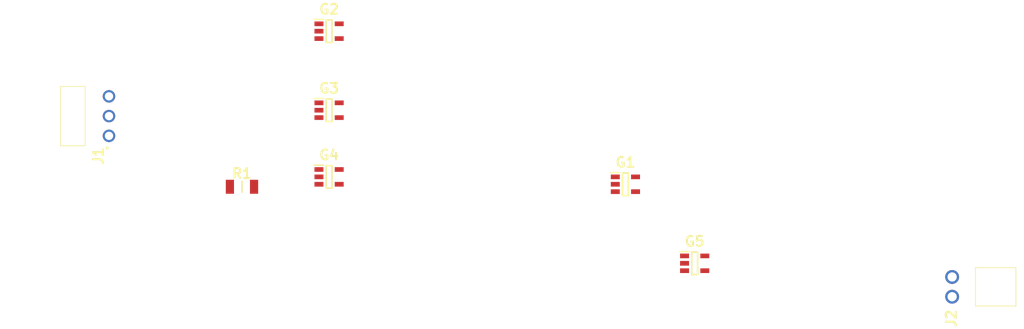
<source format=kicad_pcb>
(kicad_pcb (version 20221018) (generator pcbnew)
  (layers (0 "F.Cu" signal) (31 "B.Cu" signal) (34 "B.Paste" user) (35 "F.Paste" user) (36 "B.SilkS" user "B.Silkscreen") (37 "F.SilkS" user "F.Silkscreen") (38 "B.Mask" user) (39 "F.Mask" user) (44 "Edge.Cuts" user))
  (net 0 "")
  (net 1 "Net-(G1-A)")
  (net 2 "Net-(G1-B)")
  (net 3 "GND")
  (net 4 "Net-(G1-Y)")
  (net 5 "+12V")
  (net 6 "1_Logique")
  (net 7 "VSS")
  (net 8 "Net-(G4-A)")
  (net 9 "Net-(G4-Y)")
  (net 10 "Sortie")
  (footprint "EPSA_lib:RESC3216X70N" (layer "F.Cu") (at 48.54 48.26)
    (fp_text reference "R1" (at -0.011901 -1.701971) (layer "F.SilkS") (effects (font (size 1.27 1.27) (thickness 0.254))))
    (fp_text value "10" hide)
    (fp_line (start 0 -0.7) (end 0 0.7) (stroke (width 0.2)) (layer "F.SilkS"))
    (pad "1" smd rect (at -1.55 0) (size 1.05 1.8) (layers "F.Cu" "F.Paste" "F.Mask") (net 7 "VSS"))
    (pad "2" smd rect (at 1.55 0) (size 1.05 1.8) (layers "F.Cu" "F.Paste" "F.Mask") (net 8 "Net-(G4-A)"))
  )
  (footprint "EPSA_lib:SOT95P280X145-5N" (layer "F.Cu") (at 97.76 47.94)
    (fp_text reference "G1" (at 0 -2.821039) (layer "F.SilkS") (effects (font (size 1.27 1.27) (thickness 0.254))))
    (fp_text value "Gate OR SN74AHCT1G32DBVR" hide)
    (fp_line (start -1.875 -1.5) (end -0.725 -1.5) (stroke (width 0.2)) (layer "F.SilkS"))
    (fp_line (start -0.375 -1.45) (end 0.375 -1.45) (stroke (width 0.2)) (layer "F.SilkS"))
    (fp_line (start -0.375 1.45) (end -0.375 -1.45) (stroke (width 0.2)) (layer "F.SilkS"))
    (fp_line (start 0.375 -1.45) (end 0.375 1.45) (stroke (width 0.2)) (layer "F.SilkS"))
    (fp_line (start 0.375 1.45) (end -0.375 1.45) (stroke (width 0.2)) (layer "F.SilkS"))
    (pad "1" smd rect (at -1.3 -0.95 90) (size 0.6 1.15) (layers "F.Cu" "F.Paste" "F.Mask") (net 1 "Net-(G1-A)"))
    (pad "2" smd rect (at -1.3 0 90) (size 0.6 1.15) (layers "F.Cu" "F.Paste" "F.Mask") (net 2 "Net-(G1-B)"))
    (pad "3" smd rect (at -1.3 0.95 90) (size 0.6 1.15) (layers "F.Cu" "F.Paste" "F.Mask") (net 3 "GND"))
    (pad "4" smd rect (at 1.3 0.95 90) (size 0.6 1.15) (layers "F.Cu" "F.Paste" "F.Mask") (net 4 "Net-(G1-Y)"))
    (pad "5" smd rect (at 1.3 -0.95 90) (size 0.6 1.15) (layers "F.Cu" "F.Paste" "F.Mask") (net 5 "+12V"))
  )
  (footprint "EPSA_lib:SOT95P280X145-5N" (layer "F.Cu") (at 59.72 28.26)
    (fp_text reference "G2" (at 0 -2.821039) (layer "F.SilkS") (effects (font (size 1.27 1.27) (thickness 0.254))))
    (fp_text value "Gate AND SN74AHCT1G08DBVR" hide)
    (fp_line (start -1.875 -1.5) (end -0.725 -1.5) (stroke (width 0.2)) (layer "F.SilkS"))
    (fp_line (start -0.375 -1.45) (end 0.375 -1.45) (stroke (width 0.2)) (layer "F.SilkS"))
    (fp_line (start -0.375 1.45) (end -0.375 -1.45) (stroke (width 0.2)) (layer "F.SilkS"))
    (fp_line (start 0.375 -1.45) (end 0.375 1.45) (stroke (width 0.2)) (layer "F.SilkS"))
    (fp_line (start 0.375 1.45) (end -0.375 1.45) (stroke (width 0.2)) (layer "F.SilkS"))
    (pad "1" smd rect (at -1.3 -0.95 90) (size 0.6 1.15) (layers "F.Cu" "F.Paste" "F.Mask") (net 6 "1_Logique"))
    (pad "2" smd rect (at -1.3 0 90) (size 0.6 1.15) (layers "F.Cu" "F.Paste" "F.Mask") (net 7 "VSS"))
    (pad "3" smd rect (at -1.3 0.95 90) (size 0.6 1.15) (layers "F.Cu" "F.Paste" "F.Mask") (net 3 "GND"))
    (pad "4" smd rect (at 1.3 0.95 90) (size 0.6 1.15) (layers "F.Cu" "F.Paste" "F.Mask") (net 1 "Net-(G1-A)"))
    (pad "5" smd rect (at 1.3 -0.95 90) (size 0.6 1.15) (layers "F.Cu" "F.Paste" "F.Mask") (net 5 "+12V"))
  )
  (footprint "EPSA_lib:1718574002" (layer "F.Cu") (at 139.7 62.3965 90)
    (fp_text reference "J2" (at -2.788846 -0.11469 90) (layer "F.SilkS") (effects (font (size 1.27 1.27) (thickness 0.254))))
    (fp_text value "2P Angle 171857-4002" hide)
    (fp_line (start -1.195 3) (end 3.735 3) (stroke (width 0.1)) (layer "F.SilkS"))
    (fp_line (start -1.195 8.18) (end -1.195 3) (stroke (width 0.1)) (layer "F.SilkS"))
    (fp_line (start 3.735 3) (end 3.735 8.18) (stroke (width 0.1)) (layer "F.SilkS"))
    (fp_line (start 3.735 8.18) (end -1.195 8.18) (stroke (width 0.1)) (layer "F.SilkS"))
    (pad "1" thru_hole circle (at 0 0 90) (size 1.785 1.785) (drill 1.19) (layers "*.Cu" "*.Mask") (net 10 "Sortie"))
    (pad "2" thru_hole circle (at 2.54 0 90) (size 1.785 1.785) (drill 1.19) (layers "*.Cu" "*.Mask") (net 3 "GND"))
  )
  (footprint "EPSA_lib:SOT95P280X145-5N" (layer "F.Cu") (at 59.72 46.99)
    (fp_text reference "G4" (at 0 -2.821039) (layer "F.SilkS") (effects (font (size 1.27 1.27) (thickness 0.254))))
    (fp_text value "Gate AND SN74AHCT1G08DBVR" hide)
    (fp_line (start -1.875 -1.5) (end -0.725 -1.5) (stroke (width 0.2)) (layer "F.SilkS"))
    (fp_line (start -0.375 -1.45) (end 0.375 -1.45) (stroke (width 0.2)) (layer "F.SilkS"))
    (fp_line (start -0.375 1.45) (end -0.375 -1.45) (stroke (width 0.2)) (layer "F.SilkS"))
    (fp_line (start 0.375 -1.45) (end 0.375 1.45) (stroke (width 0.2)) (layer "F.SilkS"))
    (fp_line (start 0.375 1.45) (end -0.375 1.45) (stroke (width 0.2)) (layer "F.SilkS"))
    (pad "1" smd rect (at -1.3 -0.95 90) (size 0.6 1.15) (layers "F.Cu" "F.Paste" "F.Mask") (net 8 "Net-(G4-A)"))
    (pad "2" smd rect (at -1.3 0 90) (size 0.6 1.15) (layers "F.Cu" "F.Paste" "F.Mask") (net 3 "GND"))
    (pad "3" smd rect (at -1.3 0.95 90) (size 0.6 1.15) (layers "F.Cu" "F.Paste" "F.Mask") (net 3 "GND"))
    (pad "4" smd rect (at 1.3 0.95 90) (size 0.6 1.15) (layers "F.Cu" "F.Paste" "F.Mask") (net 9 "Net-(G4-Y)"))
    (pad "5" smd rect (at 1.3 -0.95 90) (size 0.6 1.15) (layers "F.Cu" "F.Paste" "F.Mask") (net 5 "+12V"))
  )
  (footprint "EPSA_lib:SOT95P280X145-5N" (layer "F.Cu") (at 59.72 38.42)
    (fp_text reference "G3" (at 0 -2.821039) (layer "F.SilkS") (effects (font (size 1.27 1.27) (thickness 0.254))))
    (fp_text value "Gate AND SN74AHCT1G08DBVR" hide)
    (fp_line (start -1.875 -1.5) (end -0.725 -1.5) (stroke (width 0.2)) (layer "F.SilkS"))
    (fp_line (start -0.375 -1.45) (end 0.375 -1.45) (stroke (width 0.2)) (layer "F.SilkS"))
    (fp_line (start -0.375 1.45) (end -0.375 -1.45) (stroke (width 0.2)) (layer "F.SilkS"))
    (fp_line (start 0.375 -1.45) (end 0.375 1.45) (stroke (width 0.2)) (layer "F.SilkS"))
    (fp_line (start 0.375 1.45) (end -0.375 1.45) (stroke (width 0.2)) (layer "F.SilkS"))
    (pad "1" smd rect (at -1.3 -0.95 90) (size 0.6 1.15) (layers "F.Cu" "F.Paste" "F.Mask") (net 3 "GND"))
    (pad "2" smd rect (at -1.3 0 90) (size 0.6 1.15) (layers "F.Cu" "F.Paste" "F.Mask") (net 7 "VSS"))
    (pad "3" smd rect (at -1.3 0.95 90) (size 0.6 1.15) (layers "F.Cu" "F.Paste" "F.Mask") (net 3 "GND"))
    (pad "4" smd rect (at 1.3 0.95 90) (size 0.6 1.15) (layers "F.Cu" "F.Paste" "F.Mask") (net 2 "Net-(G1-B)"))
    (pad "5" smd rect (at 1.3 -0.95 90) (size 0.6 1.15) (layers "F.Cu" "F.Paste" "F.Mask") (net 5 "+12V"))
  )
  (footprint "EPSA_lib:22122034" (layer "F.Cu") (at 31.4685 41.715 90)
    (fp_text reference "J1" (at -2.584333 -1.378971 90) (layer "F.SilkS") (effects (font (size 1.27 1.27) (thickness 0.254))))
    (fp_text value "3P Angle 22-12-2034" hide)
    (fp_line (start -1.66 -0.23) (end -1.66 -0.23) (stroke (width 0.2)) (layer "F.SilkS"))
    (fp_line (start -1.46 -0.23) (end -1.46 -0.23) (stroke (width 0.2)) (layer "F.SilkS"))
    (fp_line (start -1.27 -6.23) (end 6.35 -6.23) (stroke (width 0.1)) (layer "F.SilkS"))
    (fp_line (start -1.27 -3.05) (end -1.27 -6.23) (stroke (width 0.1)) (layer "F.SilkS"))
    (fp_line (start 6.35 -6.23) (end 6.35 -3.05) (stroke (width 0.1)) (layer "F.SilkS"))
    (fp_line (start 6.35 -3.05) (end -1.27 -3.05) (stroke (width 0.1)) (layer "F.SilkS"))
    (fp_arc (start -1.66 -0.23) (mid -1.56 -0.33) (end -1.46 -0.23) (stroke (width 0.2)) (layer "F.SilkS"))
    (fp_arc (start -1.46 -0.23) (mid -1.56 -0.13) (end -1.66 -0.23) (stroke (width 0.2)) (layer "F.SilkS"))
    (pad "1" thru_hole circle (at 0 0 90) (size 1.605 1.605) (drill 1.07) (layers "*.Cu" "*.Mask") (net 3 "GND"))
    (pad "2" thru_hole circle (at 2.54 0 90) (size 1.605 1.605) (drill 1.07) (layers "*.Cu" "*.Mask") (net 5 "+12V"))
    (pad "3" thru_hole circle (at 5.08 0 90) (size 1.605 1.605) (drill 1.07) (layers "*.Cu" "*.Mask") (net 7 "VSS"))
  )
  (footprint "EPSA_lib:SOT95P280X145-5N" (layer "F.Cu") (at 106.65 58.1)
    (fp_text reference "G5" (at 0 -2.821039) (layer "F.SilkS") (effects (font (size 1.27 1.27) (thickness 0.254))))
    (fp_text value "Gate OR SN74AHCT1G32DBVR" hide)
    (fp_line (start -1.875 -1.5) (end -0.725 -1.5) (stroke (width 0.2)) (layer "F.SilkS"))
    (fp_line (start -0.375 -1.45) (end 0.375 -1.45) (stroke (width 0.2)) (layer "F.SilkS"))
    (fp_line (start -0.375 1.45) (end -0.375 -1.45) (stroke (width 0.2)) (layer "F.SilkS"))
    (fp_line (start 0.375 -1.45) (end 0.375 1.45) (stroke (width 0.2)) (layer "F.SilkS"))
    (fp_line (start 0.375 1.45) (end -0.375 1.45) (stroke (width 0.2)) (layer "F.SilkS"))
    (pad "1" smd rect (at -1.3 -0.95 90) (size 0.6 1.15) (layers "F.Cu" "F.Paste" "F.Mask") (net 4 "Net-(G1-Y)"))
    (pad "2" smd rect (at -1.3 0 90) (size 0.6 1.15) (layers "F.Cu" "F.Paste" "F.Mask") (net 9 "Net-(G4-Y)"))
    (pad "3" smd rect (at -1.3 0.95 90) (size 0.6 1.15) (layers "F.Cu" "F.Paste" "F.Mask") (net 3 "GND"))
    (pad "4" smd rect (at 1.3 0.95 90) (size 0.6 1.15) (layers "F.Cu" "F.Paste" "F.Mask") (net 10 "Sortie"))
    (pad "5" smd rect (at 1.3 -0.95 90) (size 0.6 1.15) (layers "F.Cu" "F.Paste" "F.Mask") (net 5 "+12V"))
  )
)
</source>
